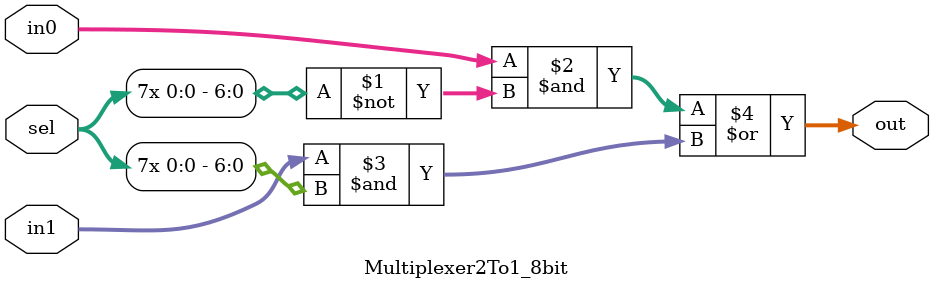
<source format=v>
`timescale 1ns / 1ps

module Multiplexer2To1_8bit(
    input [6:0] in0, // Input 0 (7-bit)
    input [6:0] in1, // Input 1 (7-bit)
    input sel,       // Selection bit
    output [6:0] out // Output (7-bit)
);
    assign out = (in0 & ~{7{sel}}) | (in1 & {7{sel}});
endmodule

</source>
